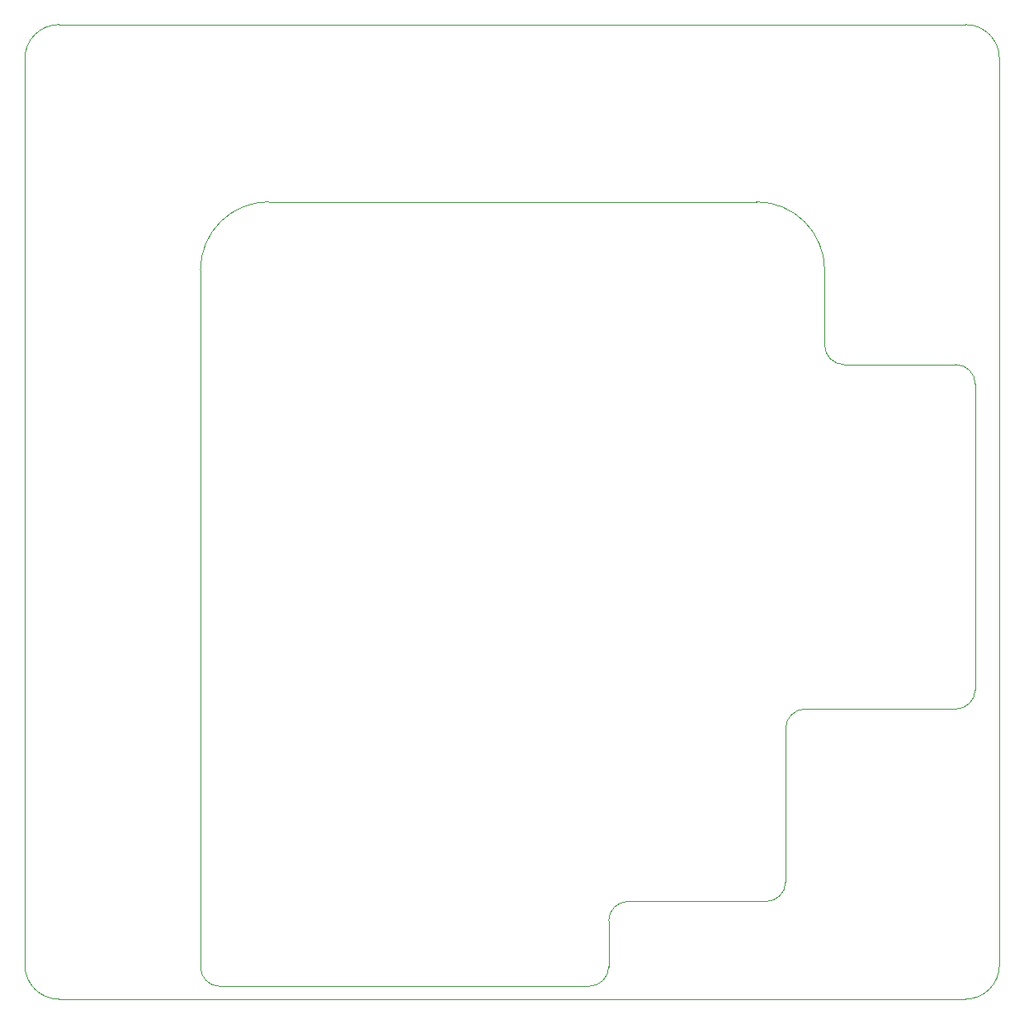
<source format=gm1>
G04 #@! TF.GenerationSoftware,KiCad,Pcbnew,7.0.5*
G04 #@! TF.CreationDate,2024-01-29T23:54:35+03:00*
G04 #@! TF.ProjectId,uaefi-module,75616566-692d-46d6-9f64-756c652e6b69,rev?*
G04 #@! TF.SameCoordinates,PX55d4a80PY8f0d180*
G04 #@! TF.FileFunction,Profile,NP*
%FSLAX46Y46*%
G04 Gerber Fmt 4.6, Leading zero omitted, Abs format (unit mm)*
G04 Created by KiCad (PCBNEW 7.0.5) date 2024-01-29 23:54:35*
%MOMM*%
%LPD*%
G01*
G04 APERTURE LIST*
G04 #@! TA.AperFunction,Profile*
%ADD10C,0.100000*%
G04 #@! TD*
G04 APERTURE END LIST*
D10*
X100000004Y3474994D02*
X100000006Y96475004D01*
X-4Y96475006D02*
X-129Y3475000D01*
X96500006Y99975004D02*
X3499996Y99975006D01*
X96500004Y-25004D02*
G75*
G03*
X100000004Y3474994I-4J3500004D01*
G01*
X3499996Y99975004D02*
G75*
G03*
X-4Y96475006I4J-3500004D01*
G01*
X3499871Y-25000D02*
X96500004Y-25006D01*
X-100Y3475000D02*
G75*
G03*
X3499871Y-25000I3500000J0D01*
G01*
X100000004Y96475004D02*
G75*
G03*
X96500006Y99975004I-3500004J-4D01*
G01*
G04 #@! TO.C,BRD1*
X18012559Y31737182D02*
X18012562Y74787438D01*
X18012559Y31737182D02*
X18012563Y3287437D01*
X57900000Y1300000D02*
X20012563Y1287437D01*
X59900000Y3300000D02*
X59899911Y8000080D01*
X61899911Y10000080D02*
X76060074Y9999926D01*
X75062815Y81787437D02*
X25012563Y81787437D01*
X78062811Y27737180D02*
X78060074Y11999926D01*
X80062811Y29737180D02*
X95512563Y29737180D01*
X82062814Y74787436D02*
X82062814Y67087437D01*
X95512563Y65087437D02*
X84062814Y65087437D01*
X97512563Y31737180D02*
X97512563Y63087437D01*
X25012563Y81787438D02*
G75*
G03*
X18012562Y74787438I-3J-6999998D01*
G01*
X18012557Y3287437D02*
G75*
G03*
X20012563Y1287437I1999993J-7D01*
G01*
X61899911Y10000089D02*
G75*
G03*
X59899911Y8000080I89J-2000089D01*
G01*
X57900000Y1300000D02*
G75*
G03*
X59900000Y3300000I-100J2000100D01*
G01*
X82062817Y74787436D02*
G75*
G03*
X75062815Y81787437I-6999867J134D01*
G01*
X76060074Y9999926D02*
G75*
G03*
X78060074Y11999926I-74J2000074D01*
G01*
X80062811Y29737189D02*
G75*
G03*
X78062811Y27737180I89J-2000089D01*
G01*
X82062837Y67087437D02*
G75*
G03*
X84062814Y65087437I1999963J-37D01*
G01*
X97512537Y63087437D02*
G75*
G03*
X95512563Y65087437I-2000037J-37D01*
G01*
X95512563Y29737137D02*
G75*
G03*
X97512563Y31737180I37J1999963D01*
G01*
G04 #@! TD*
M02*

</source>
